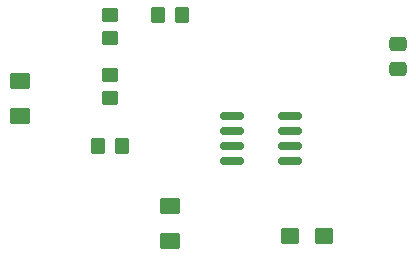
<source format=gbr>
%TF.GenerationSoftware,KiCad,Pcbnew,7.0.10*%
%TF.CreationDate,2024-01-18T11:30:14-08:00*%
%TF.ProjectId,week2,7765656b-322e-46b6-9963-61645f706362,rev?*%
%TF.SameCoordinates,Original*%
%TF.FileFunction,Paste,Top*%
%TF.FilePolarity,Positive*%
%FSLAX46Y46*%
G04 Gerber Fmt 4.6, Leading zero omitted, Abs format (unit mm)*
G04 Created by KiCad (PCBNEW 7.0.10) date 2024-01-18 11:30:14*
%MOMM*%
%LPD*%
G01*
G04 APERTURE LIST*
G04 Aperture macros list*
%AMRoundRect*
0 Rectangle with rounded corners*
0 $1 Rounding radius*
0 $2 $3 $4 $5 $6 $7 $8 $9 X,Y pos of 4 corners*
0 Add a 4 corners polygon primitive as box body*
4,1,4,$2,$3,$4,$5,$6,$7,$8,$9,$2,$3,0*
0 Add four circle primitives for the rounded corners*
1,1,$1+$1,$2,$3*
1,1,$1+$1,$4,$5*
1,1,$1+$1,$6,$7*
1,1,$1+$1,$8,$9*
0 Add four rect primitives between the rounded corners*
20,1,$1+$1,$2,$3,$4,$5,0*
20,1,$1+$1,$4,$5,$6,$7,0*
20,1,$1+$1,$6,$7,$8,$9,0*
20,1,$1+$1,$8,$9,$2,$3,0*%
G04 Aperture macros list end*
%ADD10RoundRect,0.250000X0.350000X0.450000X-0.350000X0.450000X-0.350000X-0.450000X0.350000X-0.450000X0*%
%ADD11RoundRect,0.150000X-0.825000X-0.150000X0.825000X-0.150000X0.825000X0.150000X-0.825000X0.150000X0*%
%ADD12RoundRect,0.250000X-0.450000X0.350000X-0.450000X-0.350000X0.450000X-0.350000X0.450000X0.350000X0*%
%ADD13RoundRect,0.250001X0.624999X-0.462499X0.624999X0.462499X-0.624999X0.462499X-0.624999X-0.462499X0*%
%ADD14RoundRect,0.250000X-0.537500X-0.425000X0.537500X-0.425000X0.537500X0.425000X-0.537500X0.425000X0*%
%ADD15RoundRect,0.250000X0.475000X-0.337500X0.475000X0.337500X-0.475000X0.337500X-0.475000X-0.337500X0*%
G04 APERTURE END LIST*
D10*
%TO.C,R4*%
X158480000Y-109220000D03*
X156480000Y-109220000D03*
%TD*%
D11*
%TO.C,U1*%
X167770000Y-106680000D03*
X167770000Y-107950000D03*
X167770000Y-109220000D03*
X167770000Y-110490000D03*
X172720000Y-110490000D03*
X172720000Y-109220000D03*
X172720000Y-107950000D03*
X172720000Y-106680000D03*
%TD*%
D12*
%TO.C,R2*%
X157480000Y-98060000D03*
X157480000Y-100060000D03*
%TD*%
%TO.C,R3*%
X157480000Y-103140000D03*
X157480000Y-105140000D03*
%TD*%
D13*
%TO.C,D1*%
X149860000Y-106680000D03*
X149860000Y-103705000D03*
%TD*%
D10*
%TO.C,R1*%
X163560000Y-98060000D03*
X161560000Y-98060000D03*
%TD*%
D13*
%TO.C,D2*%
X162560000Y-117275000D03*
X162560000Y-114300000D03*
%TD*%
D14*
%TO.C,C1*%
X172720000Y-116840000D03*
X175595000Y-116840000D03*
%TD*%
D15*
%TO.C,C2*%
X181842500Y-102637500D03*
X181842500Y-100562500D03*
%TD*%
M02*

</source>
